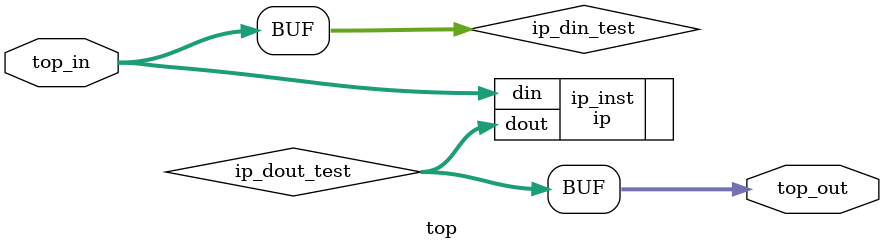
<source format=v>
module top (
    input  [3:0] top_in,
    output [3:0] top_out
);

    wire [3:0] ip_din_test;
    wire [3:0] ip_dout_test;

    assign ip_din_test = top_in;

    ip ip_inst (
        .din(ip_din_test),
        .dout(ip_dout_test)
    );

    assign top_out = ip_dout_test;
endmodule

</source>
